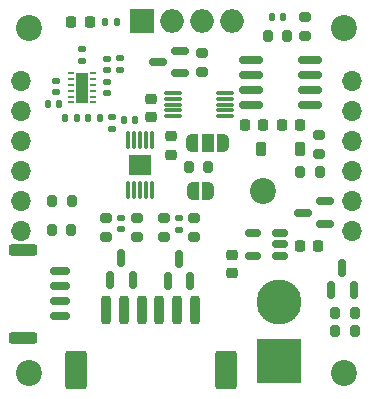
<source format=gts>
G04 #@! TF.GenerationSoftware,KiCad,Pcbnew,7.0.1*
G04 #@! TF.CreationDate,2023-07-15T01:24:13+02:00*
G04 #@! TF.ProjectId,voltmeter,766f6c74-6d65-4746-9572-2e6b69636164,3*
G04 #@! TF.SameCoordinates,Original*
G04 #@! TF.FileFunction,Soldermask,Top*
G04 #@! TF.FilePolarity,Negative*
%FSLAX46Y46*%
G04 Gerber Fmt 4.6, Leading zero omitted, Abs format (unit mm)*
G04 Created by KiCad (PCBNEW 7.0.1) date 2023-07-15 01:24:13*
%MOMM*%
%LPD*%
G01*
G04 APERTURE LIST*
G04 Aperture macros list*
%AMRoundRect*
0 Rectangle with rounded corners*
0 $1 Rounding radius*
0 $2 $3 $4 $5 $6 $7 $8 $9 X,Y pos of 4 corners*
0 Add a 4 corners polygon primitive as box body*
4,1,4,$2,$3,$4,$5,$6,$7,$8,$9,$2,$3,0*
0 Add four circle primitives for the rounded corners*
1,1,$1+$1,$2,$3*
1,1,$1+$1,$4,$5*
1,1,$1+$1,$6,$7*
1,1,$1+$1,$8,$9*
0 Add four rect primitives between the rounded corners*
20,1,$1+$1,$2,$3,$4,$5,0*
20,1,$1+$1,$4,$5,$6,$7,0*
20,1,$1+$1,$6,$7,$8,$9,0*
20,1,$1+$1,$8,$9,$2,$3,0*%
%AMFreePoly0*
4,1,19,0.550000,-0.750000,0.000000,-0.750000,0.000000,-0.744911,-0.071157,-0.744911,-0.207708,-0.704816,-0.327430,-0.627875,-0.420627,-0.520320,-0.479746,-0.390866,-0.500000,-0.250000,-0.500000,0.250000,-0.479746,0.390866,-0.420627,0.520320,-0.327430,0.627875,-0.207708,0.704816,-0.071157,0.744911,0.000000,0.744911,0.000000,0.750000,0.550000,0.750000,0.550000,-0.750000,0.550000,-0.750000,
$1*%
%AMFreePoly1*
4,1,19,0.000000,0.744911,0.071157,0.744911,0.207708,0.704816,0.327430,0.627875,0.420627,0.520320,0.479746,0.390866,0.500000,0.250000,0.500000,-0.250000,0.479746,-0.390866,0.420627,-0.520320,0.327430,-0.627875,0.207708,-0.704816,0.071157,-0.744911,0.000000,-0.744911,0.000000,-0.750000,-0.550000,-0.750000,-0.550000,0.750000,0.000000,0.750000,0.000000,0.744911,0.000000,0.744911,
$1*%
%AMFreePoly2*
4,1,19,0.500000,-0.750000,0.000000,-0.750000,0.000000,-0.744911,-0.071157,-0.744911,-0.207708,-0.704816,-0.327430,-0.627875,-0.420627,-0.520320,-0.479746,-0.390866,-0.500000,-0.250000,-0.500000,0.250000,-0.479746,0.390866,-0.420627,0.520320,-0.327430,0.627875,-0.207708,0.704816,-0.071157,0.744911,0.000000,0.744911,0.000000,0.750000,0.500000,0.750000,0.500000,-0.750000,0.500000,-0.750000,
$1*%
%AMFreePoly3*
4,1,19,0.000000,0.744911,0.071157,0.744911,0.207708,0.704816,0.327430,0.627875,0.420627,0.520320,0.479746,0.390866,0.500000,0.250000,0.500000,-0.250000,0.479746,-0.390866,0.420627,-0.520320,0.327430,-0.627875,0.207708,-0.704816,0.071157,-0.744911,0.000000,-0.744911,0.000000,-0.750000,-0.500000,-0.750000,-0.500000,0.750000,0.000000,0.750000,0.000000,0.744911,0.000000,0.744911,
$1*%
G04 Aperture macros list end*
%ADD10RoundRect,0.140000X0.170000X-0.140000X0.170000X0.140000X-0.170000X0.140000X-0.170000X-0.140000X0*%
%ADD11RoundRect,0.200000X-0.275000X0.200000X-0.275000X-0.200000X0.275000X-0.200000X0.275000X0.200000X0*%
%ADD12RoundRect,0.135000X-0.185000X0.135000X-0.185000X-0.135000X0.185000X-0.135000X0.185000X0.135000X0*%
%ADD13RoundRect,0.140000X-0.140000X-0.170000X0.140000X-0.170000X0.140000X0.170000X-0.140000X0.170000X0*%
%ADD14R,3.800000X3.800000*%
%ADD15C,3.800000*%
%ADD16RoundRect,0.150000X0.150000X-0.587500X0.150000X0.587500X-0.150000X0.587500X-0.150000X-0.587500X0*%
%ADD17RoundRect,0.150000X0.512500X0.150000X-0.512500X0.150000X-0.512500X-0.150000X0.512500X-0.150000X0*%
%ADD18RoundRect,0.135000X0.135000X0.185000X-0.135000X0.185000X-0.135000X-0.185000X0.135000X-0.185000X0*%
%ADD19FreePoly0,0.000000*%
%ADD20R,1.000000X1.500000*%
%ADD21FreePoly1,0.000000*%
%ADD22RoundRect,0.225000X-0.250000X0.225000X-0.250000X-0.225000X0.250000X-0.225000X0.250000X0.225000X0*%
%ADD23FreePoly2,180.000000*%
%ADD24FreePoly3,180.000000*%
%ADD25RoundRect,0.150000X0.825000X0.150000X-0.825000X0.150000X-0.825000X-0.150000X0.825000X-0.150000X0*%
%ADD26RoundRect,0.140000X-0.170000X0.140000X-0.170000X-0.140000X0.170000X-0.140000X0.170000X0.140000X0*%
%ADD27RoundRect,0.200000X0.275000X-0.200000X0.275000X0.200000X-0.275000X0.200000X-0.275000X-0.200000X0*%
%ADD28R,0.500000X0.250000*%
%ADD29R,1.000000X2.650000*%
%ADD30C,2.200000*%
%ADD31RoundRect,0.225000X0.225000X0.250000X-0.225000X0.250000X-0.225000X-0.250000X0.225000X-0.250000X0*%
%ADD32RoundRect,0.200000X0.200000X0.275000X-0.200000X0.275000X-0.200000X-0.275000X0.200000X-0.275000X0*%
%ADD33RoundRect,0.200000X-0.200000X-0.275000X0.200000X-0.275000X0.200000X0.275000X-0.200000X0.275000X0*%
%ADD34RoundRect,0.150000X0.587500X0.150000X-0.587500X0.150000X-0.587500X-0.150000X0.587500X-0.150000X0*%
%ADD35RoundRect,0.075000X0.650000X0.075000X-0.650000X0.075000X-0.650000X-0.075000X0.650000X-0.075000X0*%
%ADD36RoundRect,0.135000X0.185000X-0.135000X0.185000X0.135000X-0.185000X0.135000X-0.185000X-0.135000X0*%
%ADD37R,2.000000X2.000000*%
%ADD38O,2.000000X2.000000*%
%ADD39O,1.700000X1.700000*%
%ADD40RoundRect,0.225000X0.225000X0.375000X-0.225000X0.375000X-0.225000X-0.375000X0.225000X-0.375000X0*%
%ADD41RoundRect,0.150000X0.700000X-0.150000X0.700000X0.150000X-0.700000X0.150000X-0.700000X-0.150000X0*%
%ADD42RoundRect,0.250000X0.950000X-0.250000X0.950000X0.250000X-0.950000X0.250000X-0.950000X-0.250000X0*%
%ADD43RoundRect,0.225000X-0.225000X-0.250000X0.225000X-0.250000X0.225000X0.250000X-0.225000X0.250000X0*%
%ADD44RoundRect,0.218750X-0.218750X-0.256250X0.218750X-0.256250X0.218750X0.256250X-0.218750X0.256250X0*%
%ADD45RoundRect,0.200000X0.200000X1.000000X-0.200000X1.000000X-0.200000X-1.000000X0.200000X-1.000000X0*%
%ADD46RoundRect,0.250000X0.650000X1.400000X-0.650000X1.400000X-0.650000X-1.400000X0.650000X-1.400000X0*%
%ADD47RoundRect,0.075000X0.075000X-0.650000X0.075000X0.650000X-0.075000X0.650000X-0.075000X-0.650000X0*%
%ADD48R,1.880000X1.680000*%
%ADD49RoundRect,0.140000X0.140000X0.170000X-0.140000X0.170000X-0.140000X-0.170000X0.140000X-0.170000X0*%
%ADD50RoundRect,0.225000X0.250000X-0.225000X0.250000X0.225000X-0.250000X0.225000X-0.250000X-0.225000X0*%
G04 APERTURE END LIST*
D10*
X91950000Y-55630000D03*
X91950000Y-54670000D03*
D11*
X99300000Y-68130761D03*
X99300000Y-69780761D03*
D12*
X92300000Y-59565000D03*
X92300000Y-60585000D03*
D13*
X105870000Y-51150000D03*
X106830000Y-51150000D03*
D14*
X106450000Y-80275000D03*
D15*
X106450000Y-75275000D03*
D16*
X110900000Y-74237500D03*
X112800000Y-74237500D03*
X111850000Y-72362500D03*
D17*
X106537500Y-71325000D03*
X106537500Y-70375000D03*
X106537500Y-69425000D03*
X104262500Y-69425000D03*
X104262500Y-71325000D03*
D11*
X99950000Y-54125000D03*
X99950000Y-55775000D03*
D18*
X91285000Y-59625000D03*
X90265000Y-59625000D03*
D19*
X99125000Y-61775000D03*
D20*
X100425000Y-61775000D03*
D21*
X101725000Y-61775000D03*
D18*
X92785000Y-51525000D03*
X91765000Y-51525000D03*
D16*
X97050000Y-73440761D03*
X98950000Y-73440761D03*
X98000000Y-71565761D03*
D12*
X89775000Y-53790000D03*
X89775000Y-54810000D03*
D22*
X102500000Y-71275000D03*
X102500000Y-72825000D03*
D23*
X100475000Y-65875000D03*
D24*
X99175000Y-65875000D03*
D25*
X109075000Y-58605000D03*
X109075000Y-57335000D03*
X109075000Y-56065000D03*
X109075000Y-54795000D03*
X104125000Y-54795000D03*
X104125000Y-56065000D03*
X104125000Y-57335000D03*
X104125000Y-58605000D03*
D26*
X93125000Y-68145000D03*
X93125000Y-69105000D03*
D27*
X108650000Y-52750000D03*
X108650000Y-51100000D03*
D28*
X88825000Y-55850000D03*
X88825000Y-56350000D03*
X88825000Y-56850000D03*
X88825000Y-57350000D03*
X88825000Y-57850000D03*
X88825000Y-58350000D03*
X90725000Y-58350000D03*
X90725000Y-57850000D03*
X90725000Y-57350000D03*
X90725000Y-56850000D03*
X90725000Y-56350000D03*
X90725000Y-55850000D03*
D29*
X89775000Y-57100000D03*
D27*
X94425000Y-69775000D03*
X94425000Y-68125000D03*
D30*
X112000000Y-81225000D03*
D31*
X108250000Y-60225000D03*
X106700000Y-60225000D03*
D32*
X109925000Y-64225000D03*
X108275000Y-64225000D03*
D30*
X85300000Y-52075000D03*
D26*
X87600000Y-56545000D03*
X87600000Y-57505000D03*
D33*
X111250000Y-76137500D03*
X112900000Y-76137500D03*
D34*
X110375000Y-68625000D03*
X110375000Y-66725000D03*
X108500000Y-67675000D03*
D11*
X91825000Y-68125000D03*
X91825000Y-69775000D03*
D35*
X101875000Y-59525000D03*
X101875000Y-59025000D03*
X101875000Y-58525000D03*
X101875000Y-58025000D03*
X101875000Y-57525000D03*
X97475000Y-57525000D03*
X97475000Y-58025000D03*
X97475000Y-58525000D03*
X97475000Y-59025000D03*
X97475000Y-59525000D03*
D36*
X93000000Y-55635000D03*
X93000000Y-54615000D03*
D30*
X105150000Y-65887500D03*
D37*
X94840000Y-51425000D03*
D38*
X97380000Y-51425000D03*
D39*
X84650000Y-56505000D03*
X84650000Y-59045000D03*
X84650000Y-61585000D03*
X84650000Y-64125000D03*
X84650000Y-66665000D03*
X84650000Y-69205000D03*
X112650000Y-69205000D03*
X112650000Y-66665000D03*
X112650000Y-64125000D03*
X112650000Y-61585000D03*
X112650000Y-59045000D03*
X112650000Y-56505000D03*
D38*
X99920000Y-51425000D03*
X102460000Y-51425000D03*
D40*
X108225000Y-62250000D03*
X104925000Y-62250000D03*
D32*
X100475000Y-63825000D03*
X98825000Y-63825000D03*
D30*
X85300000Y-81225000D03*
D41*
X87950000Y-76400000D03*
X87950000Y-75150000D03*
X87950000Y-73900000D03*
X87950000Y-72650000D03*
D42*
X84800000Y-78250000D03*
X84800000Y-70800000D03*
D26*
X98000000Y-68150761D03*
X98000000Y-69110761D03*
X91950000Y-56595000D03*
X91950000Y-57555000D03*
D43*
X103600000Y-60225000D03*
X105150000Y-60225000D03*
D27*
X109850000Y-62725000D03*
X109850000Y-61075000D03*
D30*
X112000000Y-52075000D03*
D13*
X88370000Y-59625000D03*
X89330000Y-59625000D03*
D32*
X107175000Y-52700000D03*
X105525000Y-52700000D03*
X112900000Y-77712500D03*
X111250000Y-77712500D03*
D16*
X92175000Y-73422500D03*
X94075000Y-73422500D03*
X93125000Y-71547500D03*
D44*
X88875000Y-51550000D03*
X90450000Y-51550000D03*
D22*
X97325000Y-61215000D03*
X97325000Y-62765000D03*
D34*
X98112500Y-55875000D03*
X98112500Y-53975000D03*
X96237500Y-54925000D03*
D27*
X96700000Y-69780761D03*
X96700000Y-68130761D03*
D45*
X99350000Y-75950000D03*
X97850000Y-75950000D03*
X96350000Y-75950000D03*
X94850000Y-75950000D03*
X93350000Y-75950000D03*
X91850000Y-75950000D03*
D46*
X101950000Y-81000000D03*
X89250000Y-81000000D03*
D47*
X93705000Y-65795000D03*
X94205000Y-65795000D03*
X94705000Y-65795000D03*
X95205000Y-65795000D03*
X95705000Y-65795000D03*
X95705000Y-61495000D03*
X95205000Y-61495000D03*
X94705000Y-61495000D03*
X94205000Y-61495000D03*
X93705000Y-61495000D03*
D48*
X94705000Y-63645000D03*
D43*
X108250000Y-70500000D03*
X109800000Y-70500000D03*
D32*
X88925000Y-66675000D03*
X87275000Y-66675000D03*
D49*
X94280000Y-59850000D03*
X93320000Y-59850000D03*
X87855000Y-58450000D03*
X86895000Y-58450000D03*
D50*
X95650000Y-59575000D03*
X95650000Y-58025000D03*
D32*
X88900000Y-69175000D03*
X87250000Y-69175000D03*
M02*

</source>
